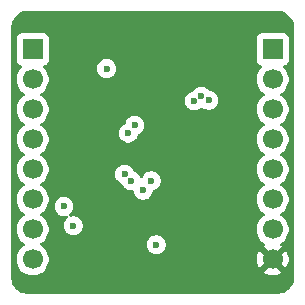
<source format=gbr>
%TF.GenerationSoftware,KiCad,Pcbnew,9.0.5*%
%TF.CreationDate,2025-12-22T17:05:02-05:00*%
%TF.ProjectId,stm32f072cb_breakout,73746d33-3266-4303-9732-63625f627265,rev?*%
%TF.SameCoordinates,Original*%
%TF.FileFunction,Copper,L2,Inr*%
%TF.FilePolarity,Positive*%
%FSLAX46Y46*%
G04 Gerber Fmt 4.6, Leading zero omitted, Abs format (unit mm)*
G04 Created by KiCad (PCBNEW 9.0.5) date 2025-12-22 17:05:02*
%MOMM*%
%LPD*%
G01*
G04 APERTURE LIST*
%TA.AperFunction,ComponentPad*%
%ADD10R,1.700000X1.700000*%
%TD*%
%TA.AperFunction,ComponentPad*%
%ADD11C,1.700000*%
%TD*%
%TA.AperFunction,ViaPad*%
%ADD12C,0.600000*%
%TD*%
G04 APERTURE END LIST*
D10*
%TO.N,USB_D-*%
%TO.C,J2*%
X160670000Y-71170000D03*
D11*
%TO.N,USB_D+*%
X160670000Y-73710000D03*
%TO.N,PA4*%
X160670000Y-76250000D03*
%TO.N,PA3*%
X160670000Y-78790000D03*
%TO.N,PA1*%
X160670000Y-81330000D03*
%TO.N,PA2*%
X160670000Y-83870000D03*
%TO.N,NRST*%
X160670000Y-86410000D03*
%TO.N,GND*%
X160670000Y-88950000D03*
%TD*%
D10*
%TO.N,3v3*%
%TO.C,J1*%
X140350000Y-71170000D03*
D11*
%TO.N,!CS*%
X140350000Y-73710000D03*
%TO.N,BOOT0*%
X140350000Y-76250000D03*
%TO.N,can_rx*%
X140350000Y-78790000D03*
%TO.N,can_tx*%
X140350000Y-81330000D03*
%TO.N,MOSI*%
X140350000Y-83870000D03*
%TO.N,MISO*%
X140350000Y-86410000D03*
%TO.N,SCLK*%
X140350000Y-88950000D03*
%TD*%
D12*
%TO.N,3v3*%
X150825200Y-87706200D03*
%TO.N,GND*%
X157175200Y-77393800D03*
X157099000Y-78790800D03*
X157060465Y-80708065D03*
X157025190Y-81663390D03*
%TO.N,3v3*%
X155270200Y-75488800D03*
X154635200Y-75133200D03*
X154025600Y-75539600D03*
X146608800Y-72796400D03*
%TO.N,GND*%
X151600000Y-78200000D03*
X143000000Y-82700000D03*
X146400000Y-77600000D03*
X144200000Y-72800000D03*
X154800000Y-86300000D03*
X149200000Y-72900000D03*
X148200000Y-87700000D03*
%TO.N,USB_D+*%
X148456137Y-78257179D03*
%TO.N,PA4*%
X150400000Y-82300000D03*
%TO.N,SCLK*%
X148696702Y-82296702D03*
X143800000Y-86100000D03*
%TO.N,MISO*%
X148131015Y-81731015D03*
X143000000Y-84470000D03*
%TO.N,NRST*%
X149700000Y-83100000D03*
%TO.N,USB_D-*%
X149000521Y-77599479D03*
%TD*%
%TA.AperFunction,Conductor*%
%TO.N,GND*%
G36*
X161004418Y-67900816D02*
G01*
X161204561Y-67915130D01*
X161222063Y-67917647D01*
X161413797Y-67959355D01*
X161430755Y-67964334D01*
X161614609Y-68032909D01*
X161630701Y-68040259D01*
X161802904Y-68134288D01*
X161817784Y-68143849D01*
X161974867Y-68261441D01*
X161988237Y-68273027D01*
X162126972Y-68411762D01*
X162138558Y-68425132D01*
X162256146Y-68582210D01*
X162265711Y-68597095D01*
X162359740Y-68769298D01*
X162367090Y-68785390D01*
X162435662Y-68969236D01*
X162440646Y-68986212D01*
X162482351Y-69177931D01*
X162484869Y-69195442D01*
X162499184Y-69395580D01*
X162499500Y-69404427D01*
X162499500Y-90395572D01*
X162499184Y-90404419D01*
X162484869Y-90604557D01*
X162482351Y-90622068D01*
X162440646Y-90813787D01*
X162435662Y-90830763D01*
X162367090Y-91014609D01*
X162359740Y-91030701D01*
X162265711Y-91202904D01*
X162256146Y-91217789D01*
X162138558Y-91374867D01*
X162126972Y-91388237D01*
X161988237Y-91526972D01*
X161974867Y-91538558D01*
X161817789Y-91656146D01*
X161802904Y-91665711D01*
X161630701Y-91759740D01*
X161614609Y-91767090D01*
X161430763Y-91835662D01*
X161413787Y-91840646D01*
X161222068Y-91882351D01*
X161204557Y-91884869D01*
X161023779Y-91897799D01*
X161004417Y-91899184D01*
X160995572Y-91899500D01*
X140004428Y-91899500D01*
X139995582Y-91899184D01*
X139973622Y-91897613D01*
X139795442Y-91884869D01*
X139777931Y-91882351D01*
X139586212Y-91840646D01*
X139569236Y-91835662D01*
X139385390Y-91767090D01*
X139369298Y-91759740D01*
X139197095Y-91665711D01*
X139182210Y-91656146D01*
X139025132Y-91538558D01*
X139011762Y-91526972D01*
X138873027Y-91388237D01*
X138861441Y-91374867D01*
X138743849Y-91217784D01*
X138734288Y-91202904D01*
X138640259Y-91030701D01*
X138632909Y-91014609D01*
X138572091Y-90851551D01*
X138564334Y-90830755D01*
X138559355Y-90813797D01*
X138517647Y-90622063D01*
X138515130Y-90604556D01*
X138500816Y-90404418D01*
X138500500Y-90395572D01*
X138500500Y-70272135D01*
X138999500Y-70272135D01*
X138999500Y-72067870D01*
X138999501Y-72067876D01*
X139005908Y-72127483D01*
X139056202Y-72262328D01*
X139056206Y-72262335D01*
X139142452Y-72377544D01*
X139142455Y-72377547D01*
X139257664Y-72463793D01*
X139257671Y-72463797D01*
X139389082Y-72512810D01*
X139445016Y-72554681D01*
X139469433Y-72620145D01*
X139454582Y-72688418D01*
X139433431Y-72716673D01*
X139319889Y-72830215D01*
X139194951Y-73002179D01*
X139098444Y-73191585D01*
X139032753Y-73393760D01*
X138999500Y-73603713D01*
X138999500Y-73816286D01*
X139032753Y-74026239D01*
X139098444Y-74228414D01*
X139194951Y-74417820D01*
X139319890Y-74589786D01*
X139470213Y-74740109D01*
X139642182Y-74865050D01*
X139650946Y-74869516D01*
X139701742Y-74917491D01*
X139718536Y-74985312D01*
X139695998Y-75051447D01*
X139650946Y-75090484D01*
X139642182Y-75094949D01*
X139470213Y-75219890D01*
X139319890Y-75370213D01*
X139194951Y-75542179D01*
X139098444Y-75731585D01*
X139032753Y-75933760D01*
X138999500Y-76143713D01*
X138999500Y-76356286D01*
X139032753Y-76566239D01*
X139098444Y-76768414D01*
X139194951Y-76957820D01*
X139319890Y-77129786D01*
X139470213Y-77280109D01*
X139642182Y-77405050D01*
X139650946Y-77409516D01*
X139701742Y-77457491D01*
X139718536Y-77525312D01*
X139695998Y-77591447D01*
X139650946Y-77630484D01*
X139642182Y-77634949D01*
X139470213Y-77759890D01*
X139319890Y-77910213D01*
X139194951Y-78082179D01*
X139098444Y-78271585D01*
X139032753Y-78473760D01*
X138999500Y-78683713D01*
X138999500Y-78896286D01*
X139032753Y-79106239D01*
X139098444Y-79308414D01*
X139194951Y-79497820D01*
X139319890Y-79669786D01*
X139470213Y-79820109D01*
X139642182Y-79945050D01*
X139650946Y-79949516D01*
X139701742Y-79997491D01*
X139718536Y-80065312D01*
X139695998Y-80131447D01*
X139650946Y-80170484D01*
X139642182Y-80174949D01*
X139470213Y-80299890D01*
X139319890Y-80450213D01*
X139194951Y-80622179D01*
X139098444Y-80811585D01*
X139032753Y-81013760D01*
X138999500Y-81223713D01*
X138999500Y-81436286D01*
X139023419Y-81587308D01*
X139032754Y-81646243D01*
X139079368Y-81789707D01*
X139098444Y-81848414D01*
X139194951Y-82037820D01*
X139319890Y-82209786D01*
X139470213Y-82360109D01*
X139642182Y-82485050D01*
X139650946Y-82489516D01*
X139701742Y-82537491D01*
X139718536Y-82605312D01*
X139695998Y-82671447D01*
X139650946Y-82710484D01*
X139642182Y-82714949D01*
X139470213Y-82839890D01*
X139319890Y-82990213D01*
X139194951Y-83162179D01*
X139098444Y-83351585D01*
X139032753Y-83553760D01*
X138999500Y-83763713D01*
X138999500Y-83976286D01*
X139017640Y-84090821D01*
X139032754Y-84186243D01*
X139084905Y-84346748D01*
X139098444Y-84388414D01*
X139194951Y-84577820D01*
X139319890Y-84749786D01*
X139470213Y-84900109D01*
X139642182Y-85025050D01*
X139650946Y-85029516D01*
X139701742Y-85077491D01*
X139718536Y-85145312D01*
X139695998Y-85211447D01*
X139650946Y-85250484D01*
X139642182Y-85254949D01*
X139470213Y-85379890D01*
X139319890Y-85530213D01*
X139194951Y-85702179D01*
X139098444Y-85891585D01*
X139032753Y-86093760D01*
X138999500Y-86303713D01*
X138999500Y-86516286D01*
X139032048Y-86721789D01*
X139032754Y-86726243D01*
X139091063Y-86905700D01*
X139098444Y-86928414D01*
X139194951Y-87117820D01*
X139319890Y-87289786D01*
X139470213Y-87440109D01*
X139642182Y-87565050D01*
X139650946Y-87569516D01*
X139701742Y-87617491D01*
X139718536Y-87685312D01*
X139695998Y-87751447D01*
X139650946Y-87790484D01*
X139642182Y-87794949D01*
X139470213Y-87919890D01*
X139319890Y-88070213D01*
X139194951Y-88242179D01*
X139098444Y-88431585D01*
X139032753Y-88633760D01*
X138999500Y-88843713D01*
X138999500Y-89056286D01*
X139032753Y-89266239D01*
X139098444Y-89468414D01*
X139194951Y-89657820D01*
X139319890Y-89829786D01*
X139470213Y-89980109D01*
X139642179Y-90105048D01*
X139642181Y-90105049D01*
X139642184Y-90105051D01*
X139831588Y-90201557D01*
X140033757Y-90267246D01*
X140243713Y-90300500D01*
X140243714Y-90300500D01*
X140456286Y-90300500D01*
X140456287Y-90300500D01*
X140666243Y-90267246D01*
X140868412Y-90201557D01*
X141057816Y-90105051D01*
X141112572Y-90065269D01*
X141229786Y-89980109D01*
X141229788Y-89980106D01*
X141229792Y-89980104D01*
X141380104Y-89829792D01*
X141380106Y-89829788D01*
X141380109Y-89829786D01*
X141505048Y-89657820D01*
X141505047Y-89657820D01*
X141505051Y-89657816D01*
X141601557Y-89468412D01*
X141667246Y-89266243D01*
X141700500Y-89056287D01*
X141700500Y-88843713D01*
X141667246Y-88633757D01*
X141601557Y-88431588D01*
X141505051Y-88242184D01*
X141505049Y-88242181D01*
X141505048Y-88242179D01*
X141380109Y-88070213D01*
X141229786Y-87919890D01*
X141057820Y-87794951D01*
X141049600Y-87790763D01*
X141049054Y-87790485D01*
X141045694Y-87787311D01*
X141041224Y-87786132D01*
X141020530Y-87763545D01*
X140998259Y-87742512D01*
X140997147Y-87738024D01*
X140994024Y-87734615D01*
X140988826Y-87704426D01*
X140981463Y-87674692D01*
X140982954Y-87670314D01*
X140982170Y-87665758D01*
X140994117Y-87637555D01*
X140997594Y-87627353D01*
X150024700Y-87627353D01*
X150024700Y-87785046D01*
X150055461Y-87939689D01*
X150055464Y-87939701D01*
X150115802Y-88085372D01*
X150115809Y-88085385D01*
X150203410Y-88216488D01*
X150203413Y-88216492D01*
X150314907Y-88327986D01*
X150314911Y-88327989D01*
X150446014Y-88415590D01*
X150446027Y-88415597D01*
X150591698Y-88475935D01*
X150591703Y-88475937D01*
X150746353Y-88506699D01*
X150746356Y-88506700D01*
X150746358Y-88506700D01*
X150904044Y-88506700D01*
X150904045Y-88506699D01*
X151058697Y-88475937D01*
X151204379Y-88415594D01*
X151335489Y-88327989D01*
X151446989Y-88216489D01*
X151534594Y-88085379D01*
X151594937Y-87939697D01*
X151625700Y-87785042D01*
X151625700Y-87627358D01*
X151625700Y-87627355D01*
X151625699Y-87627353D01*
X151615799Y-87577581D01*
X151594937Y-87472703D01*
X151581434Y-87440104D01*
X151534597Y-87327027D01*
X151534590Y-87327014D01*
X151446989Y-87195911D01*
X151446986Y-87195907D01*
X151335492Y-87084413D01*
X151335488Y-87084410D01*
X151204385Y-86996809D01*
X151204372Y-86996802D01*
X151058701Y-86936464D01*
X151058689Y-86936461D01*
X150904045Y-86905700D01*
X150904042Y-86905700D01*
X150746358Y-86905700D01*
X150746355Y-86905700D01*
X150591710Y-86936461D01*
X150591698Y-86936464D01*
X150446027Y-86996802D01*
X150446014Y-86996809D01*
X150314911Y-87084410D01*
X150314907Y-87084413D01*
X150203413Y-87195907D01*
X150203410Y-87195911D01*
X150115809Y-87327014D01*
X150115802Y-87327027D01*
X150055464Y-87472698D01*
X150055461Y-87472710D01*
X150024700Y-87627353D01*
X140997594Y-87627353D01*
X141003999Y-87608556D01*
X141008123Y-87604493D01*
X141009424Y-87601423D01*
X141019375Y-87593410D01*
X141035447Y-87577581D01*
X141041993Y-87573112D01*
X141057816Y-87565051D01*
X141119985Y-87519882D01*
X141119998Y-87519874D01*
X141229786Y-87440109D01*
X141229788Y-87440106D01*
X141229792Y-87440104D01*
X141380104Y-87289792D01*
X141380106Y-87289788D01*
X141380109Y-87289786D01*
X141505048Y-87117820D01*
X141505047Y-87117820D01*
X141505051Y-87117816D01*
X141601557Y-86928412D01*
X141667246Y-86726243D01*
X141700500Y-86516287D01*
X141700500Y-86303713D01*
X141667246Y-86093757D01*
X141601557Y-85891588D01*
X141505051Y-85702184D01*
X141505049Y-85702181D01*
X141505048Y-85702179D01*
X141380109Y-85530213D01*
X141229786Y-85379890D01*
X141057820Y-85254951D01*
X141049233Y-85250576D01*
X141049054Y-85250485D01*
X140998259Y-85202512D01*
X140981463Y-85134692D01*
X141003999Y-85068556D01*
X141049054Y-85029515D01*
X141057816Y-85025051D01*
X141119426Y-84980289D01*
X141229786Y-84900109D01*
X141229788Y-84900106D01*
X141229792Y-84900104D01*
X141380104Y-84749792D01*
X141380106Y-84749788D01*
X141380109Y-84749786D01*
X141505048Y-84577820D01*
X141505047Y-84577820D01*
X141505051Y-84577816D01*
X141600160Y-84391153D01*
X142199500Y-84391153D01*
X142199500Y-84548846D01*
X142230261Y-84703489D01*
X142230264Y-84703501D01*
X142290602Y-84849172D01*
X142290609Y-84849185D01*
X142378210Y-84980288D01*
X142378213Y-84980292D01*
X142489707Y-85091786D01*
X142489711Y-85091789D01*
X142620814Y-85179390D01*
X142620827Y-85179397D01*
X142698204Y-85211447D01*
X142766503Y-85239737D01*
X142921153Y-85270499D01*
X142921156Y-85270500D01*
X142921158Y-85270500D01*
X143078844Y-85270500D01*
X143179458Y-85250486D01*
X143210310Y-85244349D01*
X143279902Y-85250576D01*
X143335079Y-85293439D01*
X143358324Y-85359328D01*
X143342257Y-85427325D01*
X143303395Y-85469067D01*
X143289709Y-85478211D01*
X143178213Y-85589707D01*
X143178210Y-85589711D01*
X143090609Y-85720814D01*
X143090602Y-85720827D01*
X143030264Y-85866498D01*
X143030261Y-85866510D01*
X142999500Y-86021153D01*
X142999500Y-86178846D01*
X143030261Y-86333489D01*
X143030264Y-86333501D01*
X143090602Y-86479172D01*
X143090609Y-86479185D01*
X143178210Y-86610288D01*
X143178213Y-86610292D01*
X143289707Y-86721786D01*
X143289711Y-86721789D01*
X143420814Y-86809390D01*
X143420827Y-86809397D01*
X143566498Y-86869735D01*
X143566503Y-86869737D01*
X143721153Y-86900499D01*
X143721156Y-86900500D01*
X143721158Y-86900500D01*
X143878844Y-86900500D01*
X143878845Y-86900499D01*
X144033497Y-86869737D01*
X144179179Y-86809394D01*
X144310289Y-86721789D01*
X144421789Y-86610289D01*
X144509394Y-86479179D01*
X144569737Y-86333497D01*
X144600500Y-86178842D01*
X144600500Y-86021158D01*
X144600500Y-86021155D01*
X144600499Y-86021153D01*
X144569737Y-85866503D01*
X144569735Y-85866498D01*
X144509397Y-85720827D01*
X144509390Y-85720814D01*
X144421789Y-85589711D01*
X144421786Y-85589707D01*
X144310292Y-85478213D01*
X144310288Y-85478210D01*
X144179185Y-85390609D01*
X144179172Y-85390602D01*
X144033501Y-85330264D01*
X144033489Y-85330261D01*
X143878845Y-85299500D01*
X143878842Y-85299500D01*
X143721158Y-85299500D01*
X143721153Y-85299500D01*
X143589688Y-85325650D01*
X143520096Y-85319423D01*
X143464919Y-85276560D01*
X143441675Y-85210670D01*
X143457743Y-85142673D01*
X143496607Y-85100930D01*
X143510289Y-85091789D01*
X143621789Y-84980289D01*
X143709394Y-84849179D01*
X143769737Y-84703497D01*
X143800500Y-84548842D01*
X143800500Y-84391158D01*
X143800500Y-84391155D01*
X143800499Y-84391153D01*
X143769738Y-84236510D01*
X143769737Y-84236503D01*
X143748917Y-84186239D01*
X143709397Y-84090827D01*
X143709390Y-84090814D01*
X143621789Y-83959711D01*
X143621786Y-83959707D01*
X143510292Y-83848213D01*
X143510288Y-83848210D01*
X143379185Y-83760609D01*
X143379172Y-83760602D01*
X143233501Y-83700264D01*
X143233489Y-83700261D01*
X143078845Y-83669500D01*
X143078842Y-83669500D01*
X142921158Y-83669500D01*
X142921155Y-83669500D01*
X142766510Y-83700261D01*
X142766498Y-83700264D01*
X142620827Y-83760602D01*
X142620814Y-83760609D01*
X142489711Y-83848210D01*
X142489707Y-83848213D01*
X142378213Y-83959707D01*
X142378210Y-83959711D01*
X142290609Y-84090814D01*
X142290602Y-84090827D01*
X142230264Y-84236498D01*
X142230261Y-84236510D01*
X142199500Y-84391153D01*
X141600160Y-84391153D01*
X141601557Y-84388412D01*
X141667246Y-84186243D01*
X141700500Y-83976287D01*
X141700500Y-83763713D01*
X141667246Y-83553757D01*
X141601557Y-83351588D01*
X141505051Y-83162184D01*
X141505049Y-83162181D01*
X141505048Y-83162179D01*
X141380109Y-82990213D01*
X141229786Y-82839890D01*
X141057820Y-82714951D01*
X141057115Y-82714591D01*
X141049054Y-82710485D01*
X140998259Y-82662512D01*
X140981463Y-82594692D01*
X141003999Y-82528556D01*
X141049054Y-82489515D01*
X141057816Y-82485051D01*
X141119261Y-82440409D01*
X141229786Y-82360109D01*
X141229788Y-82360106D01*
X141229792Y-82360104D01*
X141380104Y-82209792D01*
X141380106Y-82209788D01*
X141380109Y-82209786D01*
X141505048Y-82037820D01*
X141505047Y-82037820D01*
X141505051Y-82037816D01*
X141601557Y-81848412D01*
X141665321Y-81652168D01*
X147330515Y-81652168D01*
X147330515Y-81809861D01*
X147361276Y-81964504D01*
X147361279Y-81964516D01*
X147421617Y-82110187D01*
X147421624Y-82110200D01*
X147509225Y-82241303D01*
X147509228Y-82241307D01*
X147620722Y-82352801D01*
X147620726Y-82352804D01*
X147751829Y-82440405D01*
X147751842Y-82440412D01*
X147870886Y-82489721D01*
X147925290Y-82533561D01*
X147937995Y-82556829D01*
X147987306Y-82675878D01*
X147987311Y-82675887D01*
X148074912Y-82806990D01*
X148074915Y-82806994D01*
X148186409Y-82918488D01*
X148186413Y-82918491D01*
X148317516Y-83006092D01*
X148317529Y-83006099D01*
X148463200Y-83066437D01*
X148463205Y-83066439D01*
X148612777Y-83096191D01*
X148617855Y-83097201D01*
X148617858Y-83097202D01*
X148781496Y-83097202D01*
X148848535Y-83116887D01*
X148894290Y-83169691D01*
X148903113Y-83197010D01*
X148930261Y-83333491D01*
X148930264Y-83333501D01*
X148990602Y-83479172D01*
X148990609Y-83479185D01*
X149078210Y-83610288D01*
X149078213Y-83610292D01*
X149189707Y-83721786D01*
X149189711Y-83721789D01*
X149320814Y-83809390D01*
X149320827Y-83809397D01*
X149414534Y-83848211D01*
X149466503Y-83869737D01*
X149621153Y-83900499D01*
X149621156Y-83900500D01*
X149621158Y-83900500D01*
X149778844Y-83900500D01*
X149778845Y-83900499D01*
X149933497Y-83869737D01*
X150079179Y-83809394D01*
X150210289Y-83721789D01*
X150321789Y-83610289D01*
X150409394Y-83479179D01*
X150469737Y-83333497D01*
X150485393Y-83254785D01*
X150501454Y-83174049D01*
X150533839Y-83112138D01*
X150594555Y-83077564D01*
X150598880Y-83076623D01*
X150611353Y-83074141D01*
X150633497Y-83069737D01*
X150779179Y-83009394D01*
X150910289Y-82921789D01*
X151021789Y-82810289D01*
X151109394Y-82679179D01*
X151169737Y-82533497D01*
X151200500Y-82378842D01*
X151200500Y-82221158D01*
X151200500Y-82221155D01*
X151200499Y-82221153D01*
X151178429Y-82110200D01*
X151169737Y-82066503D01*
X151127493Y-81964516D01*
X151109397Y-81920827D01*
X151109390Y-81920814D01*
X151021789Y-81789711D01*
X151021786Y-81789707D01*
X150910292Y-81678213D01*
X150910288Y-81678210D01*
X150779185Y-81590609D01*
X150779172Y-81590602D01*
X150633501Y-81530264D01*
X150633489Y-81530261D01*
X150478845Y-81499500D01*
X150478842Y-81499500D01*
X150321158Y-81499500D01*
X150321155Y-81499500D01*
X150166510Y-81530261D01*
X150166498Y-81530264D01*
X150020827Y-81590602D01*
X150020814Y-81590609D01*
X149889711Y-81678210D01*
X149889707Y-81678213D01*
X149778213Y-81789707D01*
X149778210Y-81789711D01*
X149690609Y-81920814D01*
X149690604Y-81920823D01*
X149663595Y-81986031D01*
X149619754Y-82040434D01*
X149553460Y-82062499D01*
X149485761Y-82045220D01*
X149438150Y-81994083D01*
X149434473Y-81986031D01*
X149406097Y-81917525D01*
X149406092Y-81917516D01*
X149318491Y-81786413D01*
X149318488Y-81786409D01*
X149206994Y-81674915D01*
X149206990Y-81674912D01*
X149075887Y-81587311D01*
X149075878Y-81587306D01*
X148956829Y-81537995D01*
X148902426Y-81494154D01*
X148889721Y-81470886D01*
X148840412Y-81351842D01*
X148840405Y-81351829D01*
X148752804Y-81220726D01*
X148752801Y-81220722D01*
X148641307Y-81109228D01*
X148641303Y-81109225D01*
X148510200Y-81021624D01*
X148510187Y-81021617D01*
X148364516Y-80961279D01*
X148364504Y-80961276D01*
X148209860Y-80930515D01*
X148209857Y-80930515D01*
X148052173Y-80930515D01*
X148052170Y-80930515D01*
X147897525Y-80961276D01*
X147897513Y-80961279D01*
X147751842Y-81021617D01*
X147751829Y-81021624D01*
X147620726Y-81109225D01*
X147620722Y-81109228D01*
X147509228Y-81220722D01*
X147509225Y-81220726D01*
X147421624Y-81351829D01*
X147421617Y-81351842D01*
X147361279Y-81497513D01*
X147361276Y-81497525D01*
X147330515Y-81652168D01*
X141665321Y-81652168D01*
X141667246Y-81646243D01*
X141700500Y-81436287D01*
X141700500Y-81223713D01*
X141667246Y-81013757D01*
X141601557Y-80811588D01*
X141505051Y-80622184D01*
X141505049Y-80622181D01*
X141505048Y-80622179D01*
X141380109Y-80450213D01*
X141229786Y-80299890D01*
X141057820Y-80174951D01*
X141057115Y-80174591D01*
X141049054Y-80170485D01*
X140998259Y-80122512D01*
X140981463Y-80054692D01*
X141003999Y-79988556D01*
X141049054Y-79949515D01*
X141057816Y-79945051D01*
X141079789Y-79929086D01*
X141229786Y-79820109D01*
X141229788Y-79820106D01*
X141229792Y-79820104D01*
X141380104Y-79669792D01*
X141380106Y-79669788D01*
X141380109Y-79669786D01*
X141505048Y-79497820D01*
X141505047Y-79497820D01*
X141505051Y-79497816D01*
X141601557Y-79308412D01*
X141667246Y-79106243D01*
X141700500Y-78896287D01*
X141700500Y-78683713D01*
X141667246Y-78473757D01*
X141601557Y-78271588D01*
X141554041Y-78178332D01*
X147655637Y-78178332D01*
X147655637Y-78336025D01*
X147686398Y-78490668D01*
X147686401Y-78490680D01*
X147746739Y-78636351D01*
X147746746Y-78636364D01*
X147834347Y-78767467D01*
X147834350Y-78767471D01*
X147945844Y-78878965D01*
X147945848Y-78878968D01*
X148076951Y-78966569D01*
X148076964Y-78966576D01*
X148222635Y-79026914D01*
X148222640Y-79026916D01*
X148377290Y-79057678D01*
X148377293Y-79057679D01*
X148377295Y-79057679D01*
X148534981Y-79057679D01*
X148534982Y-79057678D01*
X148689634Y-79026916D01*
X148835316Y-78966573D01*
X148966426Y-78878968D01*
X149077926Y-78767468D01*
X149165531Y-78636358D01*
X149225874Y-78490676D01*
X149238541Y-78426990D01*
X149270924Y-78365082D01*
X149312703Y-78336623D01*
X149379700Y-78308873D01*
X149510810Y-78221268D01*
X149622310Y-78109768D01*
X149709915Y-77978658D01*
X149770258Y-77832976D01*
X149801021Y-77678321D01*
X149801021Y-77520637D01*
X149801021Y-77520634D01*
X149801020Y-77520632D01*
X149795856Y-77494671D01*
X149770258Y-77365982D01*
X149734689Y-77280109D01*
X149709918Y-77220306D01*
X149709911Y-77220293D01*
X149622310Y-77089190D01*
X149622307Y-77089186D01*
X149510813Y-76977692D01*
X149510809Y-76977689D01*
X149379706Y-76890088D01*
X149379693Y-76890081D01*
X149234022Y-76829743D01*
X149234010Y-76829740D01*
X149079366Y-76798979D01*
X149079363Y-76798979D01*
X148921679Y-76798979D01*
X148921676Y-76798979D01*
X148767031Y-76829740D01*
X148767019Y-76829743D01*
X148621348Y-76890081D01*
X148621335Y-76890088D01*
X148490232Y-76977689D01*
X148490228Y-76977692D01*
X148378734Y-77089186D01*
X148378731Y-77089190D01*
X148291130Y-77220293D01*
X148291123Y-77220306D01*
X148230784Y-77365979D01*
X148230782Y-77365986D01*
X148218115Y-77429666D01*
X148185729Y-77491577D01*
X148143953Y-77520033D01*
X148076963Y-77547782D01*
X148076951Y-77547788D01*
X147945848Y-77635389D01*
X147945844Y-77635392D01*
X147834350Y-77746886D01*
X147834347Y-77746890D01*
X147746746Y-77877993D01*
X147746739Y-77878006D01*
X147686401Y-78023677D01*
X147686398Y-78023689D01*
X147655637Y-78178332D01*
X141554041Y-78178332D01*
X141505051Y-78082184D01*
X141505049Y-78082181D01*
X141505048Y-78082179D01*
X141380109Y-77910213D01*
X141229786Y-77759890D01*
X141057820Y-77634951D01*
X141057115Y-77634591D01*
X141049054Y-77630485D01*
X140998259Y-77582512D01*
X140981463Y-77514692D01*
X141003999Y-77448556D01*
X141049054Y-77409515D01*
X141057816Y-77405051D01*
X141111590Y-77365982D01*
X141229786Y-77280109D01*
X141229788Y-77280106D01*
X141229792Y-77280104D01*
X141380104Y-77129792D01*
X141380106Y-77129788D01*
X141380109Y-77129786D01*
X141505048Y-76957820D01*
X141505047Y-76957820D01*
X141505051Y-76957816D01*
X141601557Y-76768412D01*
X141667246Y-76566243D01*
X141700500Y-76356287D01*
X141700500Y-76143713D01*
X141667246Y-75933757D01*
X141601557Y-75731588D01*
X141505051Y-75542184D01*
X141445888Y-75460753D01*
X153225100Y-75460753D01*
X153225100Y-75618446D01*
X153255861Y-75773089D01*
X153255864Y-75773101D01*
X153316202Y-75918772D01*
X153316209Y-75918785D01*
X153403810Y-76049888D01*
X153403813Y-76049892D01*
X153515307Y-76161386D01*
X153515311Y-76161389D01*
X153646414Y-76248990D01*
X153646427Y-76248997D01*
X153743729Y-76289300D01*
X153792103Y-76309337D01*
X153946753Y-76340099D01*
X153946756Y-76340100D01*
X153946758Y-76340100D01*
X154104444Y-76340100D01*
X154104445Y-76340099D01*
X154259097Y-76309337D01*
X154404779Y-76248994D01*
X154535889Y-76161389D01*
X154585618Y-76111660D01*
X154646941Y-76078174D01*
X154716632Y-76083158D01*
X154754543Y-76107525D01*
X154755201Y-76106724D01*
X154759911Y-76110589D01*
X154891014Y-76198190D01*
X154891027Y-76198197D01*
X155013654Y-76248990D01*
X155036703Y-76258537D01*
X155191353Y-76289299D01*
X155191356Y-76289300D01*
X155191358Y-76289300D01*
X155349044Y-76289300D01*
X155349045Y-76289299D01*
X155503697Y-76258537D01*
X155649379Y-76198194D01*
X155780489Y-76110589D01*
X155891989Y-75999089D01*
X155979594Y-75867979D01*
X156039937Y-75722297D01*
X156070700Y-75567642D01*
X156070700Y-75409958D01*
X156070700Y-75409955D01*
X156070699Y-75409953D01*
X156039938Y-75255310D01*
X156039937Y-75255303D01*
X156025269Y-75219890D01*
X155979597Y-75109627D01*
X155979590Y-75109614D01*
X155891989Y-74978511D01*
X155891986Y-74978507D01*
X155780492Y-74867013D01*
X155780488Y-74867010D01*
X155649385Y-74779409D01*
X155649372Y-74779402D01*
X155503701Y-74719064D01*
X155503691Y-74719061D01*
X155343642Y-74687225D01*
X155281731Y-74654840D01*
X155264731Y-74634498D01*
X155256987Y-74622908D01*
X155145492Y-74511413D01*
X155145488Y-74511410D01*
X155014385Y-74423809D01*
X155014372Y-74423802D01*
X154868701Y-74363464D01*
X154868689Y-74363461D01*
X154714045Y-74332700D01*
X154714042Y-74332700D01*
X154556358Y-74332700D01*
X154556355Y-74332700D01*
X154401710Y-74363461D01*
X154401698Y-74363464D01*
X154256027Y-74423802D01*
X154256014Y-74423809D01*
X154124911Y-74511410D01*
X154124907Y-74511413D01*
X154013413Y-74622907D01*
X154013410Y-74622911D01*
X153962627Y-74698913D01*
X153909014Y-74743718D01*
X153883717Y-74751639D01*
X153792108Y-74769861D01*
X153792098Y-74769864D01*
X153646427Y-74830202D01*
X153646414Y-74830209D01*
X153515311Y-74917810D01*
X153515307Y-74917813D01*
X153403813Y-75029307D01*
X153403810Y-75029311D01*
X153316209Y-75160414D01*
X153316202Y-75160427D01*
X153255864Y-75306098D01*
X153255861Y-75306110D01*
X153225100Y-75460753D01*
X141445888Y-75460753D01*
X141380104Y-75370208D01*
X141229792Y-75219896D01*
X141229786Y-75219890D01*
X141057820Y-75094951D01*
X141057115Y-75094591D01*
X141049054Y-75090485D01*
X140998259Y-75042512D01*
X140981463Y-74974692D01*
X141003999Y-74908556D01*
X141049054Y-74869515D01*
X141057816Y-74865051D01*
X141105772Y-74830209D01*
X141229786Y-74740109D01*
X141229788Y-74740106D01*
X141229792Y-74740104D01*
X141380104Y-74589792D01*
X141380106Y-74589788D01*
X141380109Y-74589786D01*
X141505048Y-74417820D01*
X141505047Y-74417820D01*
X141505051Y-74417816D01*
X141601557Y-74228412D01*
X141667246Y-74026243D01*
X141700500Y-73816287D01*
X141700500Y-73603713D01*
X141667246Y-73393757D01*
X141601557Y-73191588D01*
X141505051Y-73002184D01*
X141505049Y-73002181D01*
X141505048Y-73002179D01*
X141380109Y-72830213D01*
X141267449Y-72717553D01*
X145808300Y-72717553D01*
X145808300Y-72875246D01*
X145839061Y-73029889D01*
X145839064Y-73029901D01*
X145899402Y-73175572D01*
X145899409Y-73175585D01*
X145987010Y-73306688D01*
X145987013Y-73306692D01*
X146098507Y-73418186D01*
X146098511Y-73418189D01*
X146229614Y-73505790D01*
X146229627Y-73505797D01*
X146375298Y-73566135D01*
X146375303Y-73566137D01*
X146529953Y-73596899D01*
X146529956Y-73596900D01*
X146529958Y-73596900D01*
X146687644Y-73596900D01*
X146687645Y-73596899D01*
X146842297Y-73566137D01*
X146987979Y-73505794D01*
X147119089Y-73418189D01*
X147230589Y-73306689D01*
X147318194Y-73175579D01*
X147378537Y-73029897D01*
X147409300Y-72875242D01*
X147409300Y-72717558D01*
X147409300Y-72717555D01*
X147409299Y-72717553D01*
X147403504Y-72688418D01*
X147378537Y-72562903D01*
X147357788Y-72512810D01*
X147318197Y-72417227D01*
X147318190Y-72417214D01*
X147230589Y-72286111D01*
X147230586Y-72286107D01*
X147119092Y-72174613D01*
X147119088Y-72174610D01*
X146987985Y-72087009D01*
X146987972Y-72087002D01*
X146842301Y-72026664D01*
X146842289Y-72026661D01*
X146687645Y-71995900D01*
X146687642Y-71995900D01*
X146529958Y-71995900D01*
X146529955Y-71995900D01*
X146375310Y-72026661D01*
X146375298Y-72026664D01*
X146229627Y-72087002D01*
X146229614Y-72087009D01*
X146098511Y-72174610D01*
X146098507Y-72174613D01*
X145987013Y-72286107D01*
X145987010Y-72286111D01*
X145899409Y-72417214D01*
X145899402Y-72417227D01*
X145839064Y-72562898D01*
X145839061Y-72562910D01*
X145808300Y-72717553D01*
X141267449Y-72717553D01*
X141266569Y-72716673D01*
X141233084Y-72655350D01*
X141238068Y-72585658D01*
X141279940Y-72529725D01*
X141310915Y-72512810D01*
X141442331Y-72463796D01*
X141557546Y-72377546D01*
X141643796Y-72262331D01*
X141694091Y-72127483D01*
X141700500Y-72067873D01*
X141700499Y-70272135D01*
X159319500Y-70272135D01*
X159319500Y-72067870D01*
X159319501Y-72067876D01*
X159325908Y-72127483D01*
X159376202Y-72262328D01*
X159376206Y-72262335D01*
X159462452Y-72377544D01*
X159462455Y-72377547D01*
X159577664Y-72463793D01*
X159577671Y-72463797D01*
X159709082Y-72512810D01*
X159765016Y-72554681D01*
X159789433Y-72620145D01*
X159774582Y-72688418D01*
X159753431Y-72716673D01*
X159639889Y-72830215D01*
X159514951Y-73002179D01*
X159418444Y-73191585D01*
X159352753Y-73393760D01*
X159319500Y-73603713D01*
X159319500Y-73816286D01*
X159352753Y-74026239D01*
X159418444Y-74228414D01*
X159514951Y-74417820D01*
X159639890Y-74589786D01*
X159790213Y-74740109D01*
X159962182Y-74865050D01*
X159970946Y-74869516D01*
X160021742Y-74917491D01*
X160038536Y-74985312D01*
X160015998Y-75051447D01*
X159970946Y-75090484D01*
X159962182Y-75094949D01*
X159790213Y-75219890D01*
X159639890Y-75370213D01*
X159514951Y-75542179D01*
X159418444Y-75731585D01*
X159352753Y-75933760D01*
X159319500Y-76143713D01*
X159319500Y-76356286D01*
X159352753Y-76566239D01*
X159418444Y-76768414D01*
X159514951Y-76957820D01*
X159639890Y-77129786D01*
X159790213Y-77280109D01*
X159962182Y-77405050D01*
X159970946Y-77409516D01*
X160021742Y-77457491D01*
X160038536Y-77525312D01*
X160015998Y-77591447D01*
X159970946Y-77630484D01*
X159962182Y-77634949D01*
X159790213Y-77759890D01*
X159639890Y-77910213D01*
X159514951Y-78082179D01*
X159418444Y-78271585D01*
X159352753Y-78473760D01*
X159319500Y-78683713D01*
X159319500Y-78896286D01*
X159352753Y-79106239D01*
X159418444Y-79308414D01*
X159514951Y-79497820D01*
X159639890Y-79669786D01*
X159790213Y-79820109D01*
X159962182Y-79945050D01*
X159970946Y-79949516D01*
X160021742Y-79997491D01*
X160038536Y-80065312D01*
X160015998Y-80131447D01*
X159970946Y-80170484D01*
X159962182Y-80174949D01*
X159790213Y-80299890D01*
X159639890Y-80450213D01*
X159514951Y-80622179D01*
X159418444Y-80811585D01*
X159352753Y-81013760D01*
X159319500Y-81223713D01*
X159319500Y-81436286D01*
X159343419Y-81587308D01*
X159352754Y-81646243D01*
X159399368Y-81789707D01*
X159418444Y-81848414D01*
X159514951Y-82037820D01*
X159639890Y-82209786D01*
X159790213Y-82360109D01*
X159962182Y-82485050D01*
X159970946Y-82489516D01*
X160021742Y-82537491D01*
X160038536Y-82605312D01*
X160015998Y-82671447D01*
X159970946Y-82710484D01*
X159962182Y-82714949D01*
X159790213Y-82839890D01*
X159639890Y-82990213D01*
X159514951Y-83162179D01*
X159418444Y-83351585D01*
X159352753Y-83553760D01*
X159319500Y-83763713D01*
X159319500Y-83976286D01*
X159337640Y-84090821D01*
X159352754Y-84186243D01*
X159404905Y-84346748D01*
X159418444Y-84388414D01*
X159514951Y-84577820D01*
X159639890Y-84749786D01*
X159790213Y-84900109D01*
X159962182Y-85025050D01*
X159970946Y-85029516D01*
X160021742Y-85077491D01*
X160038536Y-85145312D01*
X160015998Y-85211447D01*
X159970946Y-85250484D01*
X159962182Y-85254949D01*
X159790213Y-85379890D01*
X159639890Y-85530213D01*
X159514951Y-85702179D01*
X159418444Y-85891585D01*
X159352753Y-86093760D01*
X159319500Y-86303713D01*
X159319500Y-86516286D01*
X159352048Y-86721789D01*
X159352754Y-86726243D01*
X159411063Y-86905700D01*
X159418444Y-86928414D01*
X159514951Y-87117820D01*
X159639890Y-87289786D01*
X159790213Y-87440109D01*
X159962179Y-87565048D01*
X159962181Y-87565049D01*
X159962184Y-87565051D01*
X159971493Y-87569794D01*
X160022290Y-87617766D01*
X160039087Y-87685587D01*
X160016552Y-87751722D01*
X159971505Y-87790760D01*
X159962446Y-87795376D01*
X159962440Y-87795380D01*
X159908282Y-87834727D01*
X159908282Y-87834728D01*
X160540591Y-88467037D01*
X160477007Y-88484075D01*
X160362993Y-88549901D01*
X160269901Y-88642993D01*
X160204075Y-88757007D01*
X160187037Y-88820591D01*
X159554728Y-88188282D01*
X159554727Y-88188282D01*
X159515380Y-88242439D01*
X159418904Y-88431782D01*
X159353242Y-88633869D01*
X159353242Y-88633872D01*
X159320000Y-88843753D01*
X159320000Y-89056246D01*
X159353242Y-89266127D01*
X159353242Y-89266130D01*
X159418904Y-89468217D01*
X159515375Y-89657550D01*
X159554728Y-89711716D01*
X160187037Y-89079408D01*
X160204075Y-89142993D01*
X160269901Y-89257007D01*
X160362993Y-89350099D01*
X160477007Y-89415925D01*
X160540590Y-89432962D01*
X159908282Y-90065269D01*
X159908282Y-90065270D01*
X159962449Y-90104624D01*
X160151782Y-90201095D01*
X160353870Y-90266757D01*
X160563754Y-90300000D01*
X160776246Y-90300000D01*
X160986127Y-90266757D01*
X160986130Y-90266757D01*
X161188217Y-90201095D01*
X161377554Y-90104622D01*
X161431716Y-90065270D01*
X161431717Y-90065270D01*
X160799408Y-89432962D01*
X160862993Y-89415925D01*
X160977007Y-89350099D01*
X161070099Y-89257007D01*
X161135925Y-89142993D01*
X161152962Y-89079408D01*
X161785270Y-89711717D01*
X161785270Y-89711716D01*
X161824622Y-89657554D01*
X161921095Y-89468217D01*
X161986757Y-89266130D01*
X161986757Y-89266127D01*
X162020000Y-89056246D01*
X162020000Y-88843753D01*
X161986757Y-88633872D01*
X161986757Y-88633869D01*
X161921095Y-88431782D01*
X161824624Y-88242449D01*
X161785270Y-88188282D01*
X161785269Y-88188282D01*
X161152962Y-88820590D01*
X161135925Y-88757007D01*
X161070099Y-88642993D01*
X160977007Y-88549901D01*
X160862993Y-88484075D01*
X160799409Y-88467037D01*
X161431716Y-87834728D01*
X161377547Y-87795373D01*
X161377547Y-87795372D01*
X161368500Y-87790763D01*
X161317706Y-87742788D01*
X161300912Y-87674966D01*
X161323451Y-87608832D01*
X161368508Y-87569793D01*
X161377816Y-87565051D01*
X161457007Y-87507515D01*
X161549786Y-87440109D01*
X161549788Y-87440106D01*
X161549792Y-87440104D01*
X161700104Y-87289792D01*
X161700106Y-87289788D01*
X161700109Y-87289786D01*
X161825048Y-87117820D01*
X161825047Y-87117820D01*
X161825051Y-87117816D01*
X161921557Y-86928412D01*
X161987246Y-86726243D01*
X162020500Y-86516287D01*
X162020500Y-86303713D01*
X161987246Y-86093757D01*
X161921557Y-85891588D01*
X161825051Y-85702184D01*
X161825049Y-85702181D01*
X161825048Y-85702179D01*
X161700109Y-85530213D01*
X161549786Y-85379890D01*
X161377820Y-85254951D01*
X161369233Y-85250576D01*
X161369054Y-85250485D01*
X161318259Y-85202512D01*
X161301463Y-85134692D01*
X161323999Y-85068556D01*
X161369054Y-85029515D01*
X161377816Y-85025051D01*
X161439426Y-84980289D01*
X161549786Y-84900109D01*
X161549788Y-84900106D01*
X161549792Y-84900104D01*
X161700104Y-84749792D01*
X161700106Y-84749788D01*
X161700109Y-84749786D01*
X161825048Y-84577820D01*
X161825047Y-84577820D01*
X161825051Y-84577816D01*
X161921557Y-84388412D01*
X161987246Y-84186243D01*
X162020500Y-83976287D01*
X162020500Y-83763713D01*
X161987246Y-83553757D01*
X161921557Y-83351588D01*
X161825051Y-83162184D01*
X161825049Y-83162181D01*
X161825048Y-83162179D01*
X161700109Y-82990213D01*
X161549786Y-82839890D01*
X161377820Y-82714951D01*
X161377115Y-82714591D01*
X161369054Y-82710485D01*
X161318259Y-82662512D01*
X161301463Y-82594692D01*
X161323999Y-82528556D01*
X161369054Y-82489515D01*
X161377816Y-82485051D01*
X161439261Y-82440409D01*
X161549786Y-82360109D01*
X161549788Y-82360106D01*
X161549792Y-82360104D01*
X161700104Y-82209792D01*
X161700106Y-82209788D01*
X161700109Y-82209786D01*
X161825048Y-82037820D01*
X161825047Y-82037820D01*
X161825051Y-82037816D01*
X161921557Y-81848412D01*
X161987246Y-81646243D01*
X162020500Y-81436287D01*
X162020500Y-81223713D01*
X161987246Y-81013757D01*
X161921557Y-80811588D01*
X161825051Y-80622184D01*
X161825049Y-80622181D01*
X161825048Y-80622179D01*
X161700109Y-80450213D01*
X161549786Y-80299890D01*
X161377820Y-80174951D01*
X161377115Y-80174591D01*
X161369054Y-80170485D01*
X161318259Y-80122512D01*
X161301463Y-80054692D01*
X161323999Y-79988556D01*
X161369054Y-79949515D01*
X161377816Y-79945051D01*
X161399789Y-79929086D01*
X161549786Y-79820109D01*
X161549788Y-79820106D01*
X161549792Y-79820104D01*
X161700104Y-79669792D01*
X161700106Y-79669788D01*
X161700109Y-79669786D01*
X161825048Y-79497820D01*
X161825047Y-79497820D01*
X161825051Y-79497816D01*
X161921557Y-79308412D01*
X161987246Y-79106243D01*
X162020500Y-78896287D01*
X162020500Y-78683713D01*
X161987246Y-78473757D01*
X161921557Y-78271588D01*
X161825051Y-78082184D01*
X161825049Y-78082181D01*
X161825048Y-78082179D01*
X161700109Y-77910213D01*
X161549786Y-77759890D01*
X161377820Y-77634951D01*
X161377115Y-77634591D01*
X161369054Y-77630485D01*
X161318259Y-77582512D01*
X161301463Y-77514692D01*
X161323999Y-77448556D01*
X161369054Y-77409515D01*
X161377816Y-77405051D01*
X161431590Y-77365982D01*
X161549786Y-77280109D01*
X161549788Y-77280106D01*
X161549792Y-77280104D01*
X161700104Y-77129792D01*
X161700106Y-77129788D01*
X161700109Y-77129786D01*
X161825048Y-76957820D01*
X161825047Y-76957820D01*
X161825051Y-76957816D01*
X161921557Y-76768412D01*
X161987246Y-76566243D01*
X162020500Y-76356287D01*
X162020500Y-76143713D01*
X161987246Y-75933757D01*
X161921557Y-75731588D01*
X161825051Y-75542184D01*
X161825049Y-75542181D01*
X161825048Y-75542179D01*
X161700109Y-75370213D01*
X161549786Y-75219890D01*
X161377820Y-75094951D01*
X161377115Y-75094591D01*
X161369054Y-75090485D01*
X161318259Y-75042512D01*
X161301463Y-74974692D01*
X161323999Y-74908556D01*
X161369054Y-74869515D01*
X161377816Y-74865051D01*
X161425772Y-74830209D01*
X161549786Y-74740109D01*
X161549788Y-74740106D01*
X161549792Y-74740104D01*
X161700104Y-74589792D01*
X161700106Y-74589788D01*
X161700109Y-74589786D01*
X161825048Y-74417820D01*
X161825047Y-74417820D01*
X161825051Y-74417816D01*
X161921557Y-74228412D01*
X161987246Y-74026243D01*
X162020500Y-73816287D01*
X162020500Y-73603713D01*
X161987246Y-73393757D01*
X161921557Y-73191588D01*
X161825051Y-73002184D01*
X161825049Y-73002181D01*
X161825048Y-73002179D01*
X161700109Y-72830213D01*
X161586569Y-72716673D01*
X161553084Y-72655350D01*
X161558068Y-72585658D01*
X161599940Y-72529725D01*
X161630915Y-72512810D01*
X161762331Y-72463796D01*
X161877546Y-72377546D01*
X161963796Y-72262331D01*
X162014091Y-72127483D01*
X162020500Y-72067873D01*
X162020499Y-70272128D01*
X162014091Y-70212517D01*
X161963796Y-70077669D01*
X161963795Y-70077668D01*
X161963793Y-70077664D01*
X161877547Y-69962455D01*
X161877544Y-69962452D01*
X161762335Y-69876206D01*
X161762328Y-69876202D01*
X161627482Y-69825908D01*
X161627483Y-69825908D01*
X161567883Y-69819501D01*
X161567881Y-69819500D01*
X161567873Y-69819500D01*
X161567864Y-69819500D01*
X159772129Y-69819500D01*
X159772123Y-69819501D01*
X159712516Y-69825908D01*
X159577671Y-69876202D01*
X159577664Y-69876206D01*
X159462455Y-69962452D01*
X159462452Y-69962455D01*
X159376206Y-70077664D01*
X159376202Y-70077671D01*
X159325908Y-70212517D01*
X159319501Y-70272116D01*
X159319501Y-70272123D01*
X159319500Y-70272135D01*
X141700499Y-70272135D01*
X141700499Y-70272128D01*
X141694091Y-70212517D01*
X141643796Y-70077669D01*
X141643795Y-70077668D01*
X141643793Y-70077664D01*
X141557547Y-69962455D01*
X141557544Y-69962452D01*
X141442335Y-69876206D01*
X141442328Y-69876202D01*
X141307482Y-69825908D01*
X141307483Y-69825908D01*
X141247883Y-69819501D01*
X141247881Y-69819500D01*
X141247873Y-69819500D01*
X141247864Y-69819500D01*
X139452129Y-69819500D01*
X139452123Y-69819501D01*
X139392516Y-69825908D01*
X139257671Y-69876202D01*
X139257664Y-69876206D01*
X139142455Y-69962452D01*
X139142452Y-69962455D01*
X139056206Y-70077664D01*
X139056202Y-70077671D01*
X139005908Y-70212517D01*
X138999501Y-70272116D01*
X138999501Y-70272123D01*
X138999500Y-70272135D01*
X138500500Y-70272135D01*
X138500500Y-69404427D01*
X138500816Y-69395581D01*
X138515130Y-69195443D01*
X138515131Y-69195434D01*
X138517646Y-69177938D01*
X138559356Y-68986199D01*
X138564333Y-68969248D01*
X138632911Y-68785385D01*
X138640259Y-68769298D01*
X138702815Y-68654734D01*
X138734291Y-68597089D01*
X138743845Y-68582221D01*
X138861448Y-68425123D01*
X138873020Y-68411769D01*
X139011769Y-68273020D01*
X139025123Y-68261448D01*
X139182221Y-68143845D01*
X139197089Y-68134291D01*
X139369298Y-68040258D01*
X139385385Y-68032911D01*
X139569248Y-67964333D01*
X139586199Y-67959356D01*
X139777938Y-67917646D01*
X139795436Y-67915130D01*
X139995582Y-67900816D01*
X140004428Y-67900500D01*
X140065892Y-67900500D01*
X160934108Y-67900500D01*
X160995572Y-67900500D01*
X161004418Y-67900816D01*
G37*
%TD.AperFunction*%
%TD*%
M02*

</source>
